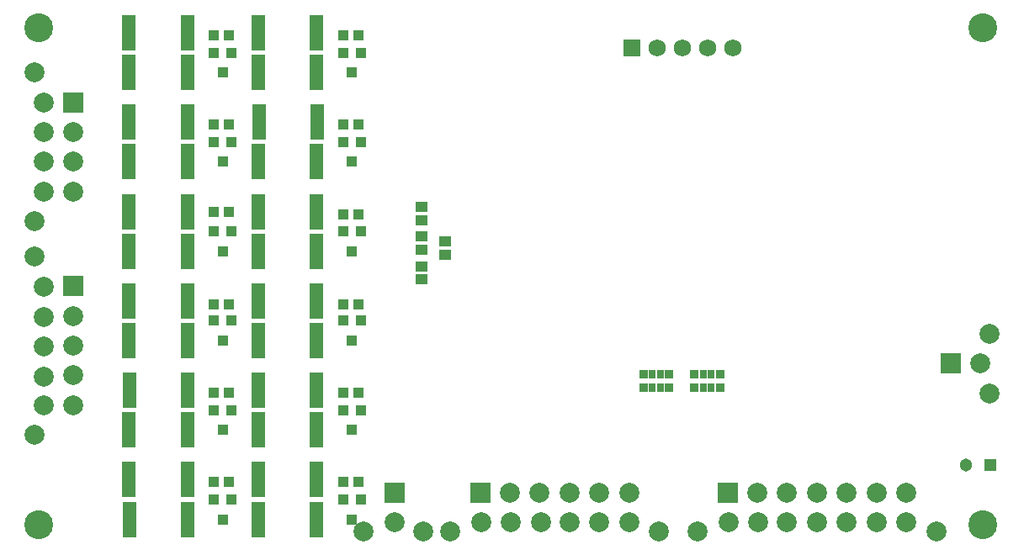
<source format=gbs>
G04*
G04 #@! TF.GenerationSoftware,Altium Limited,Altium Designer,19.0.10 (269)*
G04*
G04 Layer_Color=16711935*
%FSLAX25Y25*%
%MOIN*%
G70*
G01*
G75*
%ADD54R,0.04537X0.04143*%
%ADD58R,0.04147X0.04147*%
%ADD64R,0.03320X0.03556*%
%ADD65R,0.02769X0.03556*%
%ADD71C,0.06800*%
%ADD72R,0.06800X0.06800*%
%ADD73C,0.07887*%
%ADD74R,0.07887X0.07887*%
%ADD75R,0.07887X0.07887*%
%ADD76R,0.05131X0.05131*%
%ADD77C,0.05131*%
%ADD78C,0.11430*%
%ADD99R,0.05721X0.14186*%
%ADD100R,0.03950X0.04343*%
D54*
X161417Y124016D02*
D03*
Y118701D02*
D03*
Y112205D02*
D03*
Y106890D02*
D03*
X170866Y122047D02*
D03*
Y116732D02*
D03*
X161417Y135827D02*
D03*
Y130512D02*
D03*
D58*
X79134Y26575D02*
D03*
X85236D02*
D03*
X79134Y62008D02*
D03*
X85236D02*
D03*
X79134Y97047D02*
D03*
X85236D02*
D03*
X79134Y133858D02*
D03*
X85236D02*
D03*
X79134Y168307D02*
D03*
X85236D02*
D03*
X79134Y203740D02*
D03*
X85236D02*
D03*
X130315D02*
D03*
X136417D02*
D03*
X130315Y168307D02*
D03*
X136417D02*
D03*
X130315Y132874D02*
D03*
X136417D02*
D03*
X130315Y97047D02*
D03*
X136417D02*
D03*
X130315Y62008D02*
D03*
X136417D02*
D03*
X130315Y26575D02*
D03*
X136417D02*
D03*
D64*
X259567Y63976D02*
D03*
X249488D02*
D03*
X259567Y69488D02*
D03*
X249488D02*
D03*
X279646Y63976D02*
D03*
X269567D02*
D03*
X279646Y69488D02*
D03*
X269567D02*
D03*
D65*
X256102Y63976D02*
D03*
X252953D02*
D03*
X256102Y69488D02*
D03*
X252953D02*
D03*
X276181Y63976D02*
D03*
X273031D02*
D03*
X276181Y69488D02*
D03*
X273031D02*
D03*
D71*
X284764Y198819D02*
D03*
X274764D02*
D03*
X264764D02*
D03*
X254764D02*
D03*
D72*
X244764D02*
D03*
D73*
X243701Y10630D02*
D03*
X231890D02*
D03*
X172835Y6929D02*
D03*
X255512D02*
D03*
X196457Y22441D02*
D03*
X208268D02*
D03*
X220079D02*
D03*
X243701D02*
D03*
X185039Y10630D02*
D03*
X196850D02*
D03*
X208661D02*
D03*
X231890Y22441D02*
D03*
X220079Y10630D02*
D03*
X138573Y6890D02*
D03*
X162195D02*
D03*
X150778Y10591D02*
D03*
X382874Y73819D02*
D03*
X386575Y85236D02*
D03*
Y61614D02*
D03*
X11811Y141732D02*
D03*
Y153543D02*
D03*
Y165354D02*
D03*
Y177165D02*
D03*
X23622Y141732D02*
D03*
Y153543D02*
D03*
Y165354D02*
D03*
X8110Y129921D02*
D03*
Y188976D02*
D03*
X8110Y116142D02*
D03*
Y45276D02*
D03*
X23622Y92520D02*
D03*
Y80709D02*
D03*
Y68898D02*
D03*
X11811Y103937D02*
D03*
Y92126D02*
D03*
Y80315D02*
D03*
Y68504D02*
D03*
X23622Y57087D02*
D03*
X11811D02*
D03*
X329921Y10630D02*
D03*
X318110D02*
D03*
X270866Y6929D02*
D03*
X365354D02*
D03*
X294488Y22441D02*
D03*
X306299D02*
D03*
X318110D02*
D03*
X341732D02*
D03*
X353543D02*
D03*
X283071Y10630D02*
D03*
X294882D02*
D03*
X329921Y22441D02*
D03*
X306299Y10630D02*
D03*
X341732D02*
D03*
X353543D02*
D03*
D74*
X184646Y22441D02*
D03*
X150778Y22402D02*
D03*
X282677Y22441D02*
D03*
D75*
X371063Y73819D02*
D03*
X23622Y177165D02*
D03*
X23622Y104331D02*
D03*
D76*
X386811Y33465D02*
D03*
D77*
X376969D02*
D03*
D78*
X383858Y206693D02*
D03*
X9843Y9843D02*
D03*
Y206693D02*
D03*
X383858Y9843D02*
D03*
D99*
X96653Y188976D02*
D03*
X119882D02*
D03*
Y153543D02*
D03*
X96653D02*
D03*
X119882Y11811D02*
D03*
X96653D02*
D03*
X119882Y27559D02*
D03*
X96653D02*
D03*
X119882Y47244D02*
D03*
X96653D02*
D03*
X119882Y62992D02*
D03*
X96653D02*
D03*
X119882Y98425D02*
D03*
X96653D02*
D03*
X119882Y82677D02*
D03*
X96653D02*
D03*
X119882Y118110D02*
D03*
X96653D02*
D03*
X119882Y133858D02*
D03*
X96653D02*
D03*
X96969Y169291D02*
D03*
X120197D02*
D03*
X96653Y204724D02*
D03*
X119882D02*
D03*
X45472D02*
D03*
X68701D02*
D03*
X45472Y188976D02*
D03*
X68701D02*
D03*
X45472Y169291D02*
D03*
X68701D02*
D03*
X45472Y153543D02*
D03*
X68701D02*
D03*
X45472Y133858D02*
D03*
X68701D02*
D03*
X45472Y118110D02*
D03*
X68701D02*
D03*
X45472Y98425D02*
D03*
X68701D02*
D03*
X45472Y82677D02*
D03*
X68701D02*
D03*
X45669Y62992D02*
D03*
X68898D02*
D03*
X45472Y47244D02*
D03*
X68701D02*
D03*
X45472Y27559D02*
D03*
X68701D02*
D03*
X45669Y11811D02*
D03*
X68898D02*
D03*
D100*
X82677D02*
D03*
X86221Y19685D02*
D03*
X79134D02*
D03*
X82677Y47244D02*
D03*
X86221Y55118D02*
D03*
X79134D02*
D03*
X82677Y82677D02*
D03*
X86221Y90551D02*
D03*
X79134D02*
D03*
X82677Y118110D02*
D03*
X86221Y125984D02*
D03*
X79134D02*
D03*
X82677Y153543D02*
D03*
X86221Y161417D02*
D03*
X79134D02*
D03*
X82677Y188976D02*
D03*
X86221Y196850D02*
D03*
X79134D02*
D03*
X133858Y188976D02*
D03*
X137402Y196850D02*
D03*
X130315D02*
D03*
X133858Y153543D02*
D03*
X137402Y161417D02*
D03*
X130315D02*
D03*
X133858Y118110D02*
D03*
X137402Y125984D02*
D03*
X130315D02*
D03*
X133858Y82677D02*
D03*
X137402Y90551D02*
D03*
X130315D02*
D03*
X133858Y47244D02*
D03*
X137402Y55118D02*
D03*
X130315D02*
D03*
X133858Y11811D02*
D03*
X137402Y19685D02*
D03*
X130315D02*
D03*
M02*

</source>
